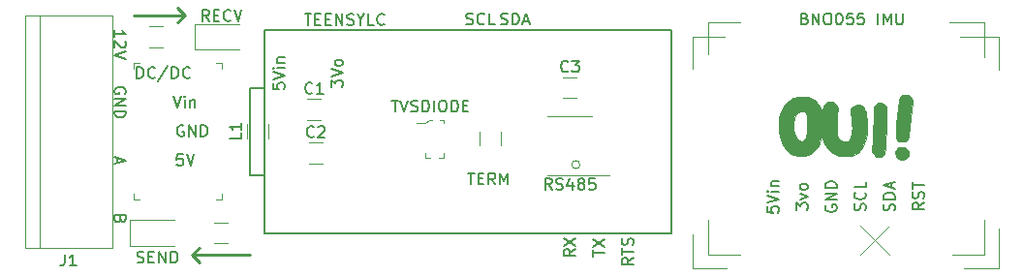
<source format=gbr>
%TF.GenerationSoftware,KiCad,Pcbnew,(5.1.6)-1*%
%TF.CreationDate,2022-04-26T10:23:00-04:00*%
%TF.ProjectId,rs485_5vreg_tray_short_v2,72733438-355f-4357-9672-65675f747261,v2*%
%TF.SameCoordinates,Original*%
%TF.FileFunction,Legend,Top*%
%TF.FilePolarity,Positive*%
%FSLAX46Y46*%
G04 Gerber Fmt 4.6, Leading zero omitted, Abs format (unit mm)*
G04 Created by KiCad (PCBNEW (5.1.6)-1) date 2022-04-26 10:23:00*
%MOMM*%
%LPD*%
G01*
G04 APERTURE LIST*
%ADD10C,0.120000*%
%ADD11C,0.254000*%
%ADD12C,0.150000*%
%ADD13C,0.010000*%
%ADD14C,0.100000*%
G04 APERTURE END LIST*
D10*
X99927210Y-115316000D02*
G75*
G03*
X99927210Y-115316000I-359210J0D01*
G01*
X127000000Y-120650000D02*
X124460000Y-123190000D01*
X124460000Y-120650000D02*
X127000000Y-123190000D01*
D11*
X64770000Y-102870000D02*
X65405000Y-102235000D01*
X64770000Y-101600000D02*
X65405000Y-102235000D01*
D10*
X65405000Y-102235000D02*
X64770000Y-101600000D01*
D11*
X60960000Y-102235000D02*
X65405000Y-102235000D01*
X66675000Y-123825000D02*
X66040000Y-123190000D01*
X66675000Y-122555000D02*
X66040000Y-123190000D01*
D10*
X66040000Y-123190000D02*
X66675000Y-122555000D01*
D11*
X71120000Y-123190000D02*
X66040000Y-123190000D01*
D12*
X78192380Y-108529285D02*
X78192380Y-107910238D01*
X78573333Y-108243571D01*
X78573333Y-108100714D01*
X78620952Y-108005476D01*
X78668571Y-107957857D01*
X78763809Y-107910238D01*
X79001904Y-107910238D01*
X79097142Y-107957857D01*
X79144761Y-108005476D01*
X79192380Y-108100714D01*
X79192380Y-108386428D01*
X79144761Y-108481666D01*
X79097142Y-108529285D01*
X78192380Y-107624523D02*
X79192380Y-107291190D01*
X78192380Y-106957857D01*
X79192380Y-106481666D02*
X79144761Y-106576904D01*
X79097142Y-106624523D01*
X79001904Y-106672142D01*
X78716190Y-106672142D01*
X78620952Y-106624523D01*
X78573333Y-106576904D01*
X78525714Y-106481666D01*
X78525714Y-106338809D01*
X78573333Y-106243571D01*
X78620952Y-106195952D01*
X78716190Y-106148333D01*
X79001904Y-106148333D01*
X79097142Y-106195952D01*
X79144761Y-106243571D01*
X79192380Y-106338809D01*
X79192380Y-106481666D01*
X73112380Y-108195952D02*
X73112380Y-108672142D01*
X73588571Y-108719761D01*
X73540952Y-108672142D01*
X73493333Y-108576904D01*
X73493333Y-108338809D01*
X73540952Y-108243571D01*
X73588571Y-108195952D01*
X73683809Y-108148333D01*
X73921904Y-108148333D01*
X74017142Y-108195952D01*
X74064761Y-108243571D01*
X74112380Y-108338809D01*
X74112380Y-108576904D01*
X74064761Y-108672142D01*
X74017142Y-108719761D01*
X73112380Y-107862619D02*
X74112380Y-107529285D01*
X73112380Y-107195952D01*
X74112380Y-106862619D02*
X73445714Y-106862619D01*
X73112380Y-106862619D02*
X73160000Y-106910238D01*
X73207619Y-106862619D01*
X73160000Y-106815000D01*
X73112380Y-106862619D01*
X73207619Y-106862619D01*
X73445714Y-106386428D02*
X74112380Y-106386428D01*
X73540952Y-106386428D02*
X73493333Y-106338809D01*
X73445714Y-106243571D01*
X73445714Y-106100714D01*
X73493333Y-106005476D01*
X73588571Y-105957857D01*
X74112380Y-105957857D01*
X89995523Y-103020761D02*
X90138380Y-103068380D01*
X90376476Y-103068380D01*
X90471714Y-103020761D01*
X90519333Y-102973142D01*
X90566952Y-102877904D01*
X90566952Y-102782666D01*
X90519333Y-102687428D01*
X90471714Y-102639809D01*
X90376476Y-102592190D01*
X90186000Y-102544571D01*
X90090761Y-102496952D01*
X90043142Y-102449333D01*
X89995523Y-102354095D01*
X89995523Y-102258857D01*
X90043142Y-102163619D01*
X90090761Y-102116000D01*
X90186000Y-102068380D01*
X90424095Y-102068380D01*
X90566952Y-102116000D01*
X91566952Y-102973142D02*
X91519333Y-103020761D01*
X91376476Y-103068380D01*
X91281238Y-103068380D01*
X91138380Y-103020761D01*
X91043142Y-102925523D01*
X90995523Y-102830285D01*
X90947904Y-102639809D01*
X90947904Y-102496952D01*
X90995523Y-102306476D01*
X91043142Y-102211238D01*
X91138380Y-102116000D01*
X91281238Y-102068380D01*
X91376476Y-102068380D01*
X91519333Y-102116000D01*
X91566952Y-102163619D01*
X92471714Y-103068380D02*
X91995523Y-103068380D01*
X91995523Y-102068380D01*
X93019714Y-103020761D02*
X93162571Y-103068380D01*
X93400666Y-103068380D01*
X93495904Y-103020761D01*
X93543523Y-102973142D01*
X93591142Y-102877904D01*
X93591142Y-102782666D01*
X93543523Y-102687428D01*
X93495904Y-102639809D01*
X93400666Y-102592190D01*
X93210190Y-102544571D01*
X93114952Y-102496952D01*
X93067333Y-102449333D01*
X93019714Y-102354095D01*
X93019714Y-102258857D01*
X93067333Y-102163619D01*
X93114952Y-102116000D01*
X93210190Y-102068380D01*
X93448285Y-102068380D01*
X93591142Y-102116000D01*
X94019714Y-103068380D02*
X94019714Y-102068380D01*
X94257809Y-102068380D01*
X94400666Y-102116000D01*
X94495904Y-102211238D01*
X94543523Y-102306476D01*
X94591142Y-102496952D01*
X94591142Y-102639809D01*
X94543523Y-102830285D01*
X94495904Y-102925523D01*
X94400666Y-103020761D01*
X94257809Y-103068380D01*
X94019714Y-103068380D01*
X94972095Y-102782666D02*
X95448285Y-102782666D01*
X94876857Y-103068380D02*
X95210190Y-102068380D01*
X95543523Y-103068380D01*
X104592380Y-123483619D02*
X104116190Y-123816952D01*
X104592380Y-124055047D02*
X103592380Y-124055047D01*
X103592380Y-123674095D01*
X103640000Y-123578857D01*
X103687619Y-123531238D01*
X103782857Y-123483619D01*
X103925714Y-123483619D01*
X104020952Y-123531238D01*
X104068571Y-123578857D01*
X104116190Y-123674095D01*
X104116190Y-124055047D01*
X103592380Y-123197904D02*
X103592380Y-122626476D01*
X104592380Y-122912190D02*
X103592380Y-122912190D01*
X104544761Y-122340761D02*
X104592380Y-122197904D01*
X104592380Y-121959809D01*
X104544761Y-121864571D01*
X104497142Y-121816952D01*
X104401904Y-121769333D01*
X104306666Y-121769333D01*
X104211428Y-121816952D01*
X104163809Y-121864571D01*
X104116190Y-121959809D01*
X104068571Y-122150285D01*
X104020952Y-122245523D01*
X103973333Y-122293142D01*
X103878095Y-122340761D01*
X103782857Y-122340761D01*
X103687619Y-122293142D01*
X103640000Y-122245523D01*
X103592380Y-122150285D01*
X103592380Y-121912190D01*
X103640000Y-121769333D01*
X101052380Y-123316904D02*
X101052380Y-122745476D01*
X102052380Y-123031190D02*
X101052380Y-123031190D01*
X101052380Y-122507380D02*
X102052380Y-121840714D01*
X101052380Y-121840714D02*
X102052380Y-122507380D01*
X99512380Y-122721666D02*
X99036190Y-123055000D01*
X99512380Y-123293095D02*
X98512380Y-123293095D01*
X98512380Y-122912142D01*
X98560000Y-122816904D01*
X98607619Y-122769285D01*
X98702857Y-122721666D01*
X98845714Y-122721666D01*
X98940952Y-122769285D01*
X98988571Y-122816904D01*
X99036190Y-122912142D01*
X99036190Y-123293095D01*
X98512380Y-122388333D02*
X99512380Y-121721666D01*
X98512380Y-121721666D02*
X99512380Y-122388333D01*
X129992380Y-118657619D02*
X129516190Y-118990952D01*
X129992380Y-119229047D02*
X128992380Y-119229047D01*
X128992380Y-118848095D01*
X129040000Y-118752857D01*
X129087619Y-118705238D01*
X129182857Y-118657619D01*
X129325714Y-118657619D01*
X129420952Y-118705238D01*
X129468571Y-118752857D01*
X129516190Y-118848095D01*
X129516190Y-119229047D01*
X129944761Y-118276666D02*
X129992380Y-118133809D01*
X129992380Y-117895714D01*
X129944761Y-117800476D01*
X129897142Y-117752857D01*
X129801904Y-117705238D01*
X129706666Y-117705238D01*
X129611428Y-117752857D01*
X129563809Y-117800476D01*
X129516190Y-117895714D01*
X129468571Y-118086190D01*
X129420952Y-118181428D01*
X129373333Y-118229047D01*
X129278095Y-118276666D01*
X129182857Y-118276666D01*
X129087619Y-118229047D01*
X129040000Y-118181428D01*
X128992380Y-118086190D01*
X128992380Y-117848095D01*
X129040000Y-117705238D01*
X128992380Y-117419523D02*
X128992380Y-116848095D01*
X129992380Y-117133809D02*
X128992380Y-117133809D01*
X124864761Y-119300476D02*
X124912380Y-119157619D01*
X124912380Y-118919523D01*
X124864761Y-118824285D01*
X124817142Y-118776666D01*
X124721904Y-118729047D01*
X124626666Y-118729047D01*
X124531428Y-118776666D01*
X124483809Y-118824285D01*
X124436190Y-118919523D01*
X124388571Y-119110000D01*
X124340952Y-119205238D01*
X124293333Y-119252857D01*
X124198095Y-119300476D01*
X124102857Y-119300476D01*
X124007619Y-119252857D01*
X123960000Y-119205238D01*
X123912380Y-119110000D01*
X123912380Y-118871904D01*
X123960000Y-118729047D01*
X124817142Y-117729047D02*
X124864761Y-117776666D01*
X124912380Y-117919523D01*
X124912380Y-118014761D01*
X124864761Y-118157619D01*
X124769523Y-118252857D01*
X124674285Y-118300476D01*
X124483809Y-118348095D01*
X124340952Y-118348095D01*
X124150476Y-118300476D01*
X124055238Y-118252857D01*
X123960000Y-118157619D01*
X123912380Y-118014761D01*
X123912380Y-117919523D01*
X123960000Y-117776666D01*
X124007619Y-117729047D01*
X124912380Y-116824285D02*
X124912380Y-117300476D01*
X123912380Y-117300476D01*
X127404761Y-119324285D02*
X127452380Y-119181428D01*
X127452380Y-118943333D01*
X127404761Y-118848095D01*
X127357142Y-118800476D01*
X127261904Y-118752857D01*
X127166666Y-118752857D01*
X127071428Y-118800476D01*
X127023809Y-118848095D01*
X126976190Y-118943333D01*
X126928571Y-119133809D01*
X126880952Y-119229047D01*
X126833333Y-119276666D01*
X126738095Y-119324285D01*
X126642857Y-119324285D01*
X126547619Y-119276666D01*
X126500000Y-119229047D01*
X126452380Y-119133809D01*
X126452380Y-118895714D01*
X126500000Y-118752857D01*
X127452380Y-118324285D02*
X126452380Y-118324285D01*
X126452380Y-118086190D01*
X126500000Y-117943333D01*
X126595238Y-117848095D01*
X126690476Y-117800476D01*
X126880952Y-117752857D01*
X127023809Y-117752857D01*
X127214285Y-117800476D01*
X127309523Y-117848095D01*
X127404761Y-117943333D01*
X127452380Y-118086190D01*
X127452380Y-118324285D01*
X127166666Y-117371904D02*
X127166666Y-116895714D01*
X127452380Y-117467142D02*
X126452380Y-117133809D01*
X127452380Y-116800476D01*
X121420000Y-118871904D02*
X121372380Y-118967142D01*
X121372380Y-119110000D01*
X121420000Y-119252857D01*
X121515238Y-119348095D01*
X121610476Y-119395714D01*
X121800952Y-119443333D01*
X121943809Y-119443333D01*
X122134285Y-119395714D01*
X122229523Y-119348095D01*
X122324761Y-119252857D01*
X122372380Y-119110000D01*
X122372380Y-119014761D01*
X122324761Y-118871904D01*
X122277142Y-118824285D01*
X121943809Y-118824285D01*
X121943809Y-119014761D01*
X122372380Y-118395714D02*
X121372380Y-118395714D01*
X122372380Y-117824285D01*
X121372380Y-117824285D01*
X122372380Y-117348095D02*
X121372380Y-117348095D01*
X121372380Y-117110000D01*
X121420000Y-116967142D01*
X121515238Y-116871904D01*
X121610476Y-116824285D01*
X121800952Y-116776666D01*
X121943809Y-116776666D01*
X122134285Y-116824285D01*
X122229523Y-116871904D01*
X122324761Y-116967142D01*
X122372380Y-117110000D01*
X122372380Y-117348095D01*
X118832380Y-119276666D02*
X118832380Y-118657619D01*
X119213333Y-118990952D01*
X119213333Y-118848095D01*
X119260952Y-118752857D01*
X119308571Y-118705238D01*
X119403809Y-118657619D01*
X119641904Y-118657619D01*
X119737142Y-118705238D01*
X119784761Y-118752857D01*
X119832380Y-118848095D01*
X119832380Y-119133809D01*
X119784761Y-119229047D01*
X119737142Y-119276666D01*
X119165714Y-118324285D02*
X119832380Y-118086190D01*
X119165714Y-117848095D01*
X119832380Y-117324285D02*
X119784761Y-117419523D01*
X119737142Y-117467142D01*
X119641904Y-117514761D01*
X119356190Y-117514761D01*
X119260952Y-117467142D01*
X119213333Y-117419523D01*
X119165714Y-117324285D01*
X119165714Y-117181428D01*
X119213333Y-117086190D01*
X119260952Y-117038571D01*
X119356190Y-116990952D01*
X119641904Y-116990952D01*
X119737142Y-117038571D01*
X119784761Y-117086190D01*
X119832380Y-117181428D01*
X119832380Y-117324285D01*
X116292380Y-118990952D02*
X116292380Y-119467142D01*
X116768571Y-119514761D01*
X116720952Y-119467142D01*
X116673333Y-119371904D01*
X116673333Y-119133809D01*
X116720952Y-119038571D01*
X116768571Y-118990952D01*
X116863809Y-118943333D01*
X117101904Y-118943333D01*
X117197142Y-118990952D01*
X117244761Y-119038571D01*
X117292380Y-119133809D01*
X117292380Y-119371904D01*
X117244761Y-119467142D01*
X117197142Y-119514761D01*
X116292380Y-118657619D02*
X117292380Y-118324285D01*
X116292380Y-117990952D01*
X117292380Y-117657619D02*
X116625714Y-117657619D01*
X116292380Y-117657619D02*
X116340000Y-117705238D01*
X116387619Y-117657619D01*
X116340000Y-117610000D01*
X116292380Y-117657619D01*
X116387619Y-117657619D01*
X116625714Y-117181428D02*
X117292380Y-117181428D01*
X116720952Y-117181428D02*
X116673333Y-117133809D01*
X116625714Y-117038571D01*
X116625714Y-116895714D01*
X116673333Y-116800476D01*
X116768571Y-116752857D01*
X117292380Y-116752857D01*
X59761428Y-120086428D02*
X59713809Y-120229285D01*
X59666190Y-120276904D01*
X59570952Y-120324523D01*
X59428095Y-120324523D01*
X59332857Y-120276904D01*
X59285238Y-120229285D01*
X59237619Y-120134047D01*
X59237619Y-119753095D01*
X60237619Y-119753095D01*
X60237619Y-120086428D01*
X60190000Y-120181666D01*
X60142380Y-120229285D01*
X60047142Y-120276904D01*
X59951904Y-120276904D01*
X59856666Y-120229285D01*
X59809047Y-120181666D01*
X59761428Y-120086428D01*
X59761428Y-119753095D01*
X59523333Y-114696904D02*
X59523333Y-115173095D01*
X59237619Y-114601666D02*
X60237619Y-114935000D01*
X59237619Y-115268333D01*
X60190000Y-109093095D02*
X60237619Y-108997857D01*
X60237619Y-108855000D01*
X60190000Y-108712142D01*
X60094761Y-108616904D01*
X59999523Y-108569285D01*
X59809047Y-108521666D01*
X59666190Y-108521666D01*
X59475714Y-108569285D01*
X59380476Y-108616904D01*
X59285238Y-108712142D01*
X59237619Y-108855000D01*
X59237619Y-108950238D01*
X59285238Y-109093095D01*
X59332857Y-109140714D01*
X59666190Y-109140714D01*
X59666190Y-108950238D01*
X59237619Y-109569285D02*
X60237619Y-109569285D01*
X59237619Y-110140714D01*
X60237619Y-110140714D01*
X59237619Y-110616904D02*
X60237619Y-110616904D01*
X60237619Y-110855000D01*
X60190000Y-110997857D01*
X60094761Y-111093095D01*
X59999523Y-111140714D01*
X59809047Y-111188333D01*
X59666190Y-111188333D01*
X59475714Y-111140714D01*
X59380476Y-111093095D01*
X59285238Y-110997857D01*
X59237619Y-110855000D01*
X59237619Y-110616904D01*
X59237619Y-104155952D02*
X59237619Y-103584523D01*
X59237619Y-103870238D02*
X60237619Y-103870238D01*
X60094761Y-103775000D01*
X59999523Y-103679761D01*
X59951904Y-103584523D01*
X60142380Y-104536904D02*
X60190000Y-104584523D01*
X60237619Y-104679761D01*
X60237619Y-104917857D01*
X60190000Y-105013095D01*
X60142380Y-105060714D01*
X60047142Y-105108333D01*
X59951904Y-105108333D01*
X59809047Y-105060714D01*
X59237619Y-104489285D01*
X59237619Y-105108333D01*
X60237619Y-105394047D02*
X59237619Y-105727380D01*
X60237619Y-106060714D01*
X65214523Y-114387380D02*
X64738333Y-114387380D01*
X64690714Y-114863571D01*
X64738333Y-114815952D01*
X64833571Y-114768333D01*
X65071666Y-114768333D01*
X65166904Y-114815952D01*
X65214523Y-114863571D01*
X65262142Y-114958809D01*
X65262142Y-115196904D01*
X65214523Y-115292142D01*
X65166904Y-115339761D01*
X65071666Y-115387380D01*
X64833571Y-115387380D01*
X64738333Y-115339761D01*
X64690714Y-115292142D01*
X65547857Y-114387380D02*
X65881190Y-115387380D01*
X66214523Y-114387380D01*
X65278095Y-111895000D02*
X65182857Y-111847380D01*
X65040000Y-111847380D01*
X64897142Y-111895000D01*
X64801904Y-111990238D01*
X64754285Y-112085476D01*
X64706666Y-112275952D01*
X64706666Y-112418809D01*
X64754285Y-112609285D01*
X64801904Y-112704523D01*
X64897142Y-112799761D01*
X65040000Y-112847380D01*
X65135238Y-112847380D01*
X65278095Y-112799761D01*
X65325714Y-112752142D01*
X65325714Y-112418809D01*
X65135238Y-112418809D01*
X65754285Y-112847380D02*
X65754285Y-111847380D01*
X66325714Y-112847380D01*
X66325714Y-111847380D01*
X66801904Y-112847380D02*
X66801904Y-111847380D01*
X67040000Y-111847380D01*
X67182857Y-111895000D01*
X67278095Y-111990238D01*
X67325714Y-112085476D01*
X67373333Y-112275952D01*
X67373333Y-112418809D01*
X67325714Y-112609285D01*
X67278095Y-112704523D01*
X67182857Y-112799761D01*
X67040000Y-112847380D01*
X66801904Y-112847380D01*
X64381190Y-109307380D02*
X64714523Y-110307380D01*
X65047857Y-109307380D01*
X65381190Y-110307380D02*
X65381190Y-109640714D01*
X65381190Y-109307380D02*
X65333571Y-109355000D01*
X65381190Y-109402619D01*
X65428809Y-109355000D01*
X65381190Y-109307380D01*
X65381190Y-109402619D01*
X65857380Y-109640714D02*
X65857380Y-110307380D01*
X65857380Y-109735952D02*
X65905000Y-109688333D01*
X66000238Y-109640714D01*
X66143095Y-109640714D01*
X66238333Y-109688333D01*
X66285952Y-109783571D01*
X66285952Y-110307380D01*
D10*
%TO.C,BNO055 IMU*%
X112555000Y-104140000D02*
X109805000Y-104140000D01*
X109805000Y-104140000D02*
X109805000Y-106915000D01*
X109805000Y-106915000D02*
X109805000Y-106865000D01*
X109780000Y-121390000D02*
X109780000Y-124390000D01*
X109780000Y-124390000D02*
X112755000Y-124390000D01*
X133480000Y-124415000D02*
X136555000Y-124415000D01*
X136555000Y-124415000D02*
X136555000Y-120915000D01*
X136505000Y-107040000D02*
X136505000Y-104115000D01*
X136505000Y-104115000D02*
X133130000Y-104115000D01*
X111125000Y-102870000D02*
X111125000Y-105664000D01*
X111125000Y-102870000D02*
X113919000Y-102870000D01*
X132207000Y-102870000D02*
X135255000Y-102870000D01*
X135255000Y-102870000D02*
X135255000Y-105918000D01*
X135255000Y-120142000D02*
X135255000Y-123190000D01*
X135255000Y-123190000D02*
X132461000Y-123190000D01*
X111125000Y-120142000D02*
X111125000Y-123190000D01*
X113919000Y-123190000D02*
X111125000Y-123190000D01*
D13*
%TO.C,G\u002A\u002A\u002A*%
G36*
X128223566Y-113787923D02*
G01*
X128417427Y-113892591D01*
X128568495Y-114048519D01*
X128642484Y-114195172D01*
X128668112Y-114391917D01*
X128620112Y-114572951D01*
X128509493Y-114724879D01*
X128347262Y-114834310D01*
X128144427Y-114887850D01*
X128070603Y-114890972D01*
X127930104Y-114873146D01*
X127805225Y-114832100D01*
X127797620Y-114828147D01*
X127648806Y-114701156D01*
X127549650Y-114516839D01*
X127508623Y-114291849D01*
X127508000Y-114259020D01*
X127515269Y-114116671D01*
X127547472Y-114018884D01*
X127620203Y-113926069D01*
X127651933Y-113893600D01*
X127754069Y-113803807D01*
X127850004Y-113761497D01*
X127981482Y-113749819D01*
X128008475Y-113749667D01*
X128223566Y-113787923D01*
G37*
X128223566Y-113787923D02*
X128417427Y-113892591D01*
X128568495Y-114048519D01*
X128642484Y-114195172D01*
X128668112Y-114391917D01*
X128620112Y-114572951D01*
X128509493Y-114724879D01*
X128347262Y-114834310D01*
X128144427Y-114887850D01*
X128070603Y-114890972D01*
X127930104Y-114873146D01*
X127805225Y-114832100D01*
X127797620Y-114828147D01*
X127648806Y-114701156D01*
X127549650Y-114516839D01*
X127508623Y-114291849D01*
X127508000Y-114259020D01*
X127515269Y-114116671D01*
X127547472Y-114018884D01*
X127620203Y-113926069D01*
X127651933Y-113893600D01*
X127754069Y-113803807D01*
X127850004Y-113761497D01*
X127981482Y-113749819D01*
X128008475Y-113749667D01*
X128223566Y-113787923D01*
G36*
X126389769Y-109948706D02*
G01*
X126548345Y-110048947D01*
X126670766Y-110212096D01*
X126700004Y-110273829D01*
X126721400Y-110336680D01*
X126735703Y-110413518D01*
X126743660Y-110517215D01*
X126746020Y-110660642D01*
X126743532Y-110856670D01*
X126736945Y-111118170D01*
X126732475Y-111273167D01*
X126712105Y-111924894D01*
X126691640Y-112494276D01*
X126670935Y-112983633D01*
X126649846Y-113395289D01*
X126628230Y-113731562D01*
X126605941Y-113994775D01*
X126582837Y-114187250D01*
X126558773Y-114311307D01*
X126541056Y-114359075D01*
X126404534Y-114527389D01*
X126233612Y-114631449D01*
X126044986Y-114665619D01*
X125855352Y-114624266D01*
X125814666Y-114604205D01*
X125676250Y-114488893D01*
X125564038Y-114323853D01*
X125461576Y-114124863D01*
X125511479Y-113101181D01*
X125527796Y-112753735D01*
X125544388Y-112377839D01*
X125560143Y-112000343D01*
X125573945Y-111648094D01*
X125584681Y-111347941D01*
X125586432Y-111294333D01*
X125596742Y-111032843D01*
X125609925Y-110789475D01*
X125624780Y-110581380D01*
X125640102Y-110425705D01*
X125653007Y-110345727D01*
X125737386Y-110153846D01*
X125869899Y-110016017D01*
X126033898Y-109934427D01*
X126212738Y-109911262D01*
X126389769Y-109948706D01*
G37*
X126389769Y-109948706D02*
X126548345Y-110048947D01*
X126670766Y-110212096D01*
X126700004Y-110273829D01*
X126721400Y-110336680D01*
X126735703Y-110413518D01*
X126743660Y-110517215D01*
X126746020Y-110660642D01*
X126743532Y-110856670D01*
X126736945Y-111118170D01*
X126732475Y-111273167D01*
X126712105Y-111924894D01*
X126691640Y-112494276D01*
X126670935Y-112983633D01*
X126649846Y-113395289D01*
X126628230Y-113731562D01*
X126605941Y-113994775D01*
X126582837Y-114187250D01*
X126558773Y-114311307D01*
X126541056Y-114359075D01*
X126404534Y-114527389D01*
X126233612Y-114631449D01*
X126044986Y-114665619D01*
X125855352Y-114624266D01*
X125814666Y-114604205D01*
X125676250Y-114488893D01*
X125564038Y-114323853D01*
X125461576Y-114124863D01*
X125511479Y-113101181D01*
X125527796Y-112753735D01*
X125544388Y-112377839D01*
X125560143Y-112000343D01*
X125573945Y-111648094D01*
X125584681Y-111347941D01*
X125586432Y-111294333D01*
X125596742Y-111032843D01*
X125609925Y-110789475D01*
X125624780Y-110581380D01*
X125640102Y-110425705D01*
X125653007Y-110345727D01*
X125737386Y-110153846D01*
X125869899Y-110016017D01*
X126033898Y-109934427D01*
X126212738Y-109911262D01*
X126389769Y-109948706D01*
G36*
X119526851Y-109355289D02*
G01*
X119899342Y-109412339D01*
X120226983Y-109540668D01*
X120507585Y-109738424D01*
X120738961Y-110003755D01*
X120918922Y-110334806D01*
X121016545Y-110616813D01*
X121092995Y-110891794D01*
X121142315Y-110544789D01*
X121202695Y-110263151D01*
X121296563Y-110055323D01*
X121429717Y-109915106D01*
X121607955Y-109836300D01*
X121826970Y-109812666D01*
X122055598Y-109850381D01*
X122243744Y-109962095D01*
X122387946Y-110145664D01*
X122399553Y-110167381D01*
X122437585Y-110248300D01*
X122459067Y-110324422D01*
X122465304Y-110417492D01*
X122457603Y-110549255D01*
X122437270Y-110741456D01*
X122435142Y-110760048D01*
X122386142Y-111266111D01*
X122360386Y-111722460D01*
X122357686Y-112122967D01*
X122377852Y-112461505D01*
X122420693Y-112731947D01*
X122486020Y-112928167D01*
X122503291Y-112960594D01*
X122616042Y-113089903D01*
X122774264Y-113190542D01*
X122956507Y-113257237D01*
X123141323Y-113284714D01*
X123307262Y-113267701D01*
X123432875Y-113200923D01*
X123442258Y-113191449D01*
X123505406Y-113100409D01*
X123576245Y-112964525D01*
X123619513Y-112863366D01*
X123672581Y-112660983D01*
X123704553Y-112394959D01*
X123715227Y-112083701D01*
X123704402Y-111745616D01*
X123671875Y-111399111D01*
X123638054Y-111172630D01*
X123595448Y-110873758D01*
X123586912Y-110641308D01*
X123615853Y-110462781D01*
X123685682Y-110325679D01*
X123799807Y-110217504D01*
X123917743Y-110147213D01*
X124138903Y-110077686D01*
X124358973Y-110088531D01*
X124564707Y-110176333D01*
X124742856Y-110337674D01*
X124764603Y-110365616D01*
X124805412Y-110450665D01*
X124852654Y-110595629D01*
X124899194Y-110776849D01*
X124924109Y-110894661D01*
X125013093Y-111492329D01*
X125042694Y-112053985D01*
X125013817Y-112574819D01*
X124927370Y-113050020D01*
X124784258Y-113474776D01*
X124585389Y-113844278D01*
X124331669Y-114153714D01*
X124305155Y-114179422D01*
X124032093Y-114386169D01*
X123722049Y-114520578D01*
X123370452Y-114584083D01*
X123020666Y-114582269D01*
X122602648Y-114513262D01*
X122221472Y-114377797D01*
X121884461Y-114181819D01*
X121598940Y-113931269D01*
X121372232Y-113632092D01*
X121211661Y-113290229D01*
X121149432Y-113063825D01*
X121118567Y-112933329D01*
X121090027Y-112844297D01*
X121073333Y-112818333D01*
X121051881Y-112856112D01*
X121022163Y-112954089D01*
X120996996Y-113061750D01*
X120881616Y-113433989D01*
X120704853Y-113765217D01*
X120475570Y-114048816D01*
X120202632Y-114278172D01*
X119894902Y-114446668D01*
X119561245Y-114547689D01*
X119210524Y-114574617D01*
X118999000Y-114553041D01*
X118616824Y-114448462D01*
X118280143Y-114273124D01*
X117989891Y-114028265D01*
X117747004Y-113715119D01*
X117552420Y-113334922D01*
X117407073Y-112888910D01*
X117311900Y-112378319D01*
X117304237Y-112315713D01*
X117280668Y-111887022D01*
X118601061Y-111887022D01*
X118621759Y-112226735D01*
X118681276Y-112566412D01*
X118722876Y-112721076D01*
X118818725Y-112953345D01*
X118942808Y-113126241D01*
X119085929Y-113234986D01*
X119238890Y-113274802D01*
X119392495Y-113240913D01*
X119527752Y-113139179D01*
X119607372Y-113041151D01*
X119668459Y-112928828D01*
X119713963Y-112788985D01*
X119746835Y-112608395D01*
X119770025Y-112373832D01*
X119786486Y-112072069D01*
X119790775Y-111960243D01*
X119797073Y-111560034D01*
X119784274Y-111238983D01*
X119751935Y-110993662D01*
X119699617Y-110820643D01*
X119631135Y-110720241D01*
X119513444Y-110664667D01*
X119352890Y-110653314D01*
X119176018Y-110681909D01*
X119009369Y-110746184D01*
X118880245Y-110841056D01*
X118758775Y-111024288D01*
X118670880Y-111270135D01*
X118617872Y-111562934D01*
X118601061Y-111887022D01*
X117280668Y-111887022D01*
X117277689Y-111832847D01*
X117309656Y-111368427D01*
X117397209Y-110933430D01*
X117537417Y-110538829D01*
X117727348Y-110195601D01*
X117938795Y-109939277D01*
X118250175Y-109688289D01*
X118607237Y-109503946D01*
X118998434Y-109390492D01*
X119412219Y-109352174D01*
X119526851Y-109355289D01*
G37*
X119526851Y-109355289D02*
X119899342Y-109412339D01*
X120226983Y-109540668D01*
X120507585Y-109738424D01*
X120738961Y-110003755D01*
X120918922Y-110334806D01*
X121016545Y-110616813D01*
X121092995Y-110891794D01*
X121142315Y-110544789D01*
X121202695Y-110263151D01*
X121296563Y-110055323D01*
X121429717Y-109915106D01*
X121607955Y-109836300D01*
X121826970Y-109812666D01*
X122055598Y-109850381D01*
X122243744Y-109962095D01*
X122387946Y-110145664D01*
X122399553Y-110167381D01*
X122437585Y-110248300D01*
X122459067Y-110324422D01*
X122465304Y-110417492D01*
X122457603Y-110549255D01*
X122437270Y-110741456D01*
X122435142Y-110760048D01*
X122386142Y-111266111D01*
X122360386Y-111722460D01*
X122357686Y-112122967D01*
X122377852Y-112461505D01*
X122420693Y-112731947D01*
X122486020Y-112928167D01*
X122503291Y-112960594D01*
X122616042Y-113089903D01*
X122774264Y-113190542D01*
X122956507Y-113257237D01*
X123141323Y-113284714D01*
X123307262Y-113267701D01*
X123432875Y-113200923D01*
X123442258Y-113191449D01*
X123505406Y-113100409D01*
X123576245Y-112964525D01*
X123619513Y-112863366D01*
X123672581Y-112660983D01*
X123704553Y-112394959D01*
X123715227Y-112083701D01*
X123704402Y-111745616D01*
X123671875Y-111399111D01*
X123638054Y-111172630D01*
X123595448Y-110873758D01*
X123586912Y-110641308D01*
X123615853Y-110462781D01*
X123685682Y-110325679D01*
X123799807Y-110217504D01*
X123917743Y-110147213D01*
X124138903Y-110077686D01*
X124358973Y-110088531D01*
X124564707Y-110176333D01*
X124742856Y-110337674D01*
X124764603Y-110365616D01*
X124805412Y-110450665D01*
X124852654Y-110595629D01*
X124899194Y-110776849D01*
X124924109Y-110894661D01*
X125013093Y-111492329D01*
X125042694Y-112053985D01*
X125013817Y-112574819D01*
X124927370Y-113050020D01*
X124784258Y-113474776D01*
X124585389Y-113844278D01*
X124331669Y-114153714D01*
X124305155Y-114179422D01*
X124032093Y-114386169D01*
X123722049Y-114520578D01*
X123370452Y-114584083D01*
X123020666Y-114582269D01*
X122602648Y-114513262D01*
X122221472Y-114377797D01*
X121884461Y-114181819D01*
X121598940Y-113931269D01*
X121372232Y-113632092D01*
X121211661Y-113290229D01*
X121149432Y-113063825D01*
X121118567Y-112933329D01*
X121090027Y-112844297D01*
X121073333Y-112818333D01*
X121051881Y-112856112D01*
X121022163Y-112954089D01*
X120996996Y-113061750D01*
X120881616Y-113433989D01*
X120704853Y-113765217D01*
X120475570Y-114048816D01*
X120202632Y-114278172D01*
X119894902Y-114446668D01*
X119561245Y-114547689D01*
X119210524Y-114574617D01*
X118999000Y-114553041D01*
X118616824Y-114448462D01*
X118280143Y-114273124D01*
X117989891Y-114028265D01*
X117747004Y-113715119D01*
X117552420Y-113334922D01*
X117407073Y-112888910D01*
X117311900Y-112378319D01*
X117304237Y-112315713D01*
X117280668Y-111887022D01*
X118601061Y-111887022D01*
X118621759Y-112226735D01*
X118681276Y-112566412D01*
X118722876Y-112721076D01*
X118818725Y-112953345D01*
X118942808Y-113126241D01*
X119085929Y-113234986D01*
X119238890Y-113274802D01*
X119392495Y-113240913D01*
X119527752Y-113139179D01*
X119607372Y-113041151D01*
X119668459Y-112928828D01*
X119713963Y-112788985D01*
X119746835Y-112608395D01*
X119770025Y-112373832D01*
X119786486Y-112072069D01*
X119790775Y-111960243D01*
X119797073Y-111560034D01*
X119784274Y-111238983D01*
X119751935Y-110993662D01*
X119699617Y-110820643D01*
X119631135Y-110720241D01*
X119513444Y-110664667D01*
X119352890Y-110653314D01*
X119176018Y-110681909D01*
X119009369Y-110746184D01*
X118880245Y-110841056D01*
X118758775Y-111024288D01*
X118670880Y-111270135D01*
X118617872Y-111562934D01*
X118601061Y-111887022D01*
X117280668Y-111887022D01*
X117277689Y-111832847D01*
X117309656Y-111368427D01*
X117397209Y-110933430D01*
X117537417Y-110538829D01*
X117727348Y-110195601D01*
X117938795Y-109939277D01*
X118250175Y-109688289D01*
X118607237Y-109503946D01*
X118998434Y-109390492D01*
X119412219Y-109352174D01*
X119526851Y-109355289D01*
G36*
X128539728Y-109187708D02*
G01*
X128648890Y-109228125D01*
X128752775Y-109306783D01*
X128827031Y-109375589D01*
X128885756Y-109443864D01*
X128929382Y-109520823D01*
X128958345Y-109615681D01*
X128973077Y-109737653D01*
X128974013Y-109895955D01*
X128961587Y-110099800D01*
X128936232Y-110358405D01*
X128898383Y-110680984D01*
X128848473Y-111076752D01*
X128839425Y-111147259D01*
X128803077Y-111440086D01*
X128767743Y-111742533D01*
X128736186Y-112029670D01*
X128711169Y-112276566D01*
X128698342Y-112420531D01*
X128669286Y-112695435D01*
X128628988Y-112900503D01*
X128571859Y-113050381D01*
X128492312Y-113159711D01*
X128384760Y-113243137D01*
X128384361Y-113243380D01*
X128215979Y-113307392D01*
X128027008Y-113321063D01*
X127854425Y-113283475D01*
X127804333Y-113257788D01*
X127685921Y-113170980D01*
X127606391Y-113073858D01*
X127558610Y-112947864D01*
X127535448Y-112774439D01*
X127529758Y-112543167D01*
X127535055Y-112403804D01*
X127549698Y-112194382D01*
X127572235Y-111928815D01*
X127601214Y-111621020D01*
X127635182Y-111284913D01*
X127672688Y-110934408D01*
X127712280Y-110583421D01*
X127752504Y-110245868D01*
X127791909Y-109935664D01*
X127829043Y-109666725D01*
X127832164Y-109645425D01*
X127892461Y-109490934D01*
X128014530Y-109338508D01*
X128120529Y-109241983D01*
X128211518Y-109194221D01*
X128326304Y-109178621D01*
X128390546Y-109177667D01*
X128539728Y-109187708D01*
G37*
X128539728Y-109187708D02*
X128648890Y-109228125D01*
X128752775Y-109306783D01*
X128827031Y-109375589D01*
X128885756Y-109443864D01*
X128929382Y-109520823D01*
X128958345Y-109615681D01*
X128973077Y-109737653D01*
X128974013Y-109895955D01*
X128961587Y-110099800D01*
X128936232Y-110358405D01*
X128898383Y-110680984D01*
X128848473Y-111076752D01*
X128839425Y-111147259D01*
X128803077Y-111440086D01*
X128767743Y-111742533D01*
X128736186Y-112029670D01*
X128711169Y-112276566D01*
X128698342Y-112420531D01*
X128669286Y-112695435D01*
X128628988Y-112900503D01*
X128571859Y-113050381D01*
X128492312Y-113159711D01*
X128384760Y-113243137D01*
X128384361Y-113243380D01*
X128215979Y-113307392D01*
X128027008Y-113321063D01*
X127854425Y-113283475D01*
X127804333Y-113257788D01*
X127685921Y-113170980D01*
X127606391Y-113073858D01*
X127558610Y-112947864D01*
X127535448Y-112774439D01*
X127529758Y-112543167D01*
X127535055Y-112403804D01*
X127549698Y-112194382D01*
X127572235Y-111928815D01*
X127601214Y-111621020D01*
X127635182Y-111284913D01*
X127672688Y-110934408D01*
X127712280Y-110583421D01*
X127752504Y-110245868D01*
X127791909Y-109935664D01*
X127829043Y-109666725D01*
X127832164Y-109645425D01*
X127892461Y-109490934D01*
X128014530Y-109338508D01*
X128120529Y-109241983D01*
X128211518Y-109194221D01*
X128326304Y-109178621D01*
X128390546Y-109177667D01*
X128539728Y-109187708D01*
D10*
%TO.C,C1*%
X76102936Y-109580000D02*
X77307064Y-109580000D01*
X76102936Y-111400000D02*
X77307064Y-111400000D01*
%TO.C,C2*%
X76232936Y-115210000D02*
X77437064Y-115210000D01*
X76232936Y-113390000D02*
X77437064Y-113390000D01*
%TO.C,C3*%
X98457936Y-107675000D02*
X99662064Y-107675000D01*
X98457936Y-109495000D02*
X99662064Y-109495000D01*
D14*
%TO.C,TVSDIODE*%
X87040000Y-111380000D02*
X86765000Y-111380000D01*
X86765000Y-111380000D02*
X86390000Y-111655000D01*
X86390000Y-111655000D02*
X86390000Y-111705000D01*
X86390000Y-111705000D02*
X85615000Y-111705000D01*
X86865000Y-114680000D02*
X86390000Y-114680000D01*
X86390000Y-114680000D02*
X86390000Y-114330000D01*
X88040000Y-114455000D02*
X88040000Y-114330000D01*
X88040000Y-114380000D02*
X88040000Y-114680000D01*
X88040000Y-114680000D02*
X87590000Y-114680000D01*
X87665000Y-111380000D02*
X88040000Y-111380000D01*
X88040000Y-111380000D02*
X88040000Y-111680000D01*
D10*
%TO.C,J1*%
X51435000Y-102235000D02*
X51435000Y-122555000D01*
X59055000Y-102235000D02*
X59055000Y-122555000D01*
X52705000Y-122555000D02*
X52705000Y-102235000D01*
X51435000Y-122555000D02*
X59055000Y-122555000D01*
X59055000Y-102235000D02*
X51435000Y-102235000D01*
%TO.C,L1*%
X70845000Y-112997064D02*
X70845000Y-111792936D01*
X72665000Y-112997064D02*
X72665000Y-111792936D01*
%TO.C,R1*%
X63467064Y-105050000D02*
X62262936Y-105050000D01*
X63467064Y-103230000D02*
X62262936Y-103230000D01*
%TO.C,R2*%
X67977936Y-122195000D02*
X69182064Y-122195000D01*
X67977936Y-120375000D02*
X69182064Y-120375000D01*
%TO.C,TERM*%
X92985000Y-112427936D02*
X92985000Y-113632064D01*
X91165000Y-112427936D02*
X91165000Y-113632064D01*
D14*
%TO.C,DC/DC*%
X60965000Y-118355000D02*
X61465000Y-118355000D01*
X60965000Y-118355000D02*
X60965000Y-117855000D01*
X60965000Y-106455000D02*
X60965000Y-106955000D01*
X60965000Y-106455000D02*
X61465000Y-106455000D01*
X68665000Y-106455000D02*
X68165000Y-106455000D01*
X68665000Y-106455000D02*
X68665000Y-106955000D01*
X68665000Y-118355000D02*
X68165000Y-118355000D01*
X68665000Y-118355000D02*
X68665000Y-117855000D01*
D10*
%TO.C,RECV*%
X66295000Y-105275000D02*
X70180000Y-105275000D01*
X66295000Y-103005000D02*
X66295000Y-105275000D01*
X70180000Y-103005000D02*
X66295000Y-103005000D01*
%TO.C,SEND*%
X64465000Y-120150000D02*
X60580000Y-120150000D01*
X60580000Y-120150000D02*
X60580000Y-122420000D01*
X60580000Y-122420000D02*
X64465000Y-122420000D01*
D12*
%TO.C,TEENSYLC*%
X72390000Y-116205000D02*
X71120000Y-116205000D01*
X71120000Y-116205000D02*
X71120000Y-108585000D01*
X71120000Y-108585000D02*
X72390000Y-108585000D01*
X72390000Y-103505000D02*
X107950000Y-103505000D01*
X107950000Y-103505000D02*
X107950000Y-121285000D01*
X107950000Y-121285000D02*
X72390000Y-121285000D01*
X72390000Y-121285000D02*
X72390000Y-103505000D01*
D10*
%TO.C,RS485*%
X99060000Y-116225000D02*
X102510000Y-116225000D01*
X99060000Y-116225000D02*
X97110000Y-116225000D01*
X99060000Y-111105000D02*
X101010000Y-111105000D01*
X99060000Y-111105000D02*
X97110000Y-111105000D01*
%TO.C,BNO055 IMU*%
D12*
X119578952Y-102544571D02*
X119721809Y-102592190D01*
X119769428Y-102639809D01*
X119817047Y-102735047D01*
X119817047Y-102877904D01*
X119769428Y-102973142D01*
X119721809Y-103020761D01*
X119626571Y-103068380D01*
X119245619Y-103068380D01*
X119245619Y-102068380D01*
X119578952Y-102068380D01*
X119674190Y-102116000D01*
X119721809Y-102163619D01*
X119769428Y-102258857D01*
X119769428Y-102354095D01*
X119721809Y-102449333D01*
X119674190Y-102496952D01*
X119578952Y-102544571D01*
X119245619Y-102544571D01*
X120245619Y-103068380D02*
X120245619Y-102068380D01*
X120817047Y-103068380D01*
X120817047Y-102068380D01*
X121483714Y-102068380D02*
X121674190Y-102068380D01*
X121769428Y-102116000D01*
X121864666Y-102211238D01*
X121912285Y-102401714D01*
X121912285Y-102735047D01*
X121864666Y-102925523D01*
X121769428Y-103020761D01*
X121674190Y-103068380D01*
X121483714Y-103068380D01*
X121388476Y-103020761D01*
X121293238Y-102925523D01*
X121245619Y-102735047D01*
X121245619Y-102401714D01*
X121293238Y-102211238D01*
X121388476Y-102116000D01*
X121483714Y-102068380D01*
X122531333Y-102068380D02*
X122626571Y-102068380D01*
X122721809Y-102116000D01*
X122769428Y-102163619D01*
X122817047Y-102258857D01*
X122864666Y-102449333D01*
X122864666Y-102687428D01*
X122817047Y-102877904D01*
X122769428Y-102973142D01*
X122721809Y-103020761D01*
X122626571Y-103068380D01*
X122531333Y-103068380D01*
X122436095Y-103020761D01*
X122388476Y-102973142D01*
X122340857Y-102877904D01*
X122293238Y-102687428D01*
X122293238Y-102449333D01*
X122340857Y-102258857D01*
X122388476Y-102163619D01*
X122436095Y-102116000D01*
X122531333Y-102068380D01*
X123769428Y-102068380D02*
X123293238Y-102068380D01*
X123245619Y-102544571D01*
X123293238Y-102496952D01*
X123388476Y-102449333D01*
X123626571Y-102449333D01*
X123721809Y-102496952D01*
X123769428Y-102544571D01*
X123817047Y-102639809D01*
X123817047Y-102877904D01*
X123769428Y-102973142D01*
X123721809Y-103020761D01*
X123626571Y-103068380D01*
X123388476Y-103068380D01*
X123293238Y-103020761D01*
X123245619Y-102973142D01*
X124721809Y-102068380D02*
X124245619Y-102068380D01*
X124198000Y-102544571D01*
X124245619Y-102496952D01*
X124340857Y-102449333D01*
X124578952Y-102449333D01*
X124674190Y-102496952D01*
X124721809Y-102544571D01*
X124769428Y-102639809D01*
X124769428Y-102877904D01*
X124721809Y-102973142D01*
X124674190Y-103020761D01*
X124578952Y-103068380D01*
X124340857Y-103068380D01*
X124245619Y-103020761D01*
X124198000Y-102973142D01*
X125959904Y-103068380D02*
X125959904Y-102068380D01*
X126436095Y-103068380D02*
X126436095Y-102068380D01*
X126769428Y-102782666D01*
X127102761Y-102068380D01*
X127102761Y-103068380D01*
X127578952Y-102068380D02*
X127578952Y-102877904D01*
X127626571Y-102973142D01*
X127674190Y-103020761D01*
X127769428Y-103068380D01*
X127959904Y-103068380D01*
X128055142Y-103020761D01*
X128102761Y-102973142D01*
X128150380Y-102877904D01*
X128150380Y-102068380D01*
%TO.C,C1*%
X76538333Y-109027142D02*
X76490714Y-109074761D01*
X76347857Y-109122380D01*
X76252619Y-109122380D01*
X76109761Y-109074761D01*
X76014523Y-108979523D01*
X75966904Y-108884285D01*
X75919285Y-108693809D01*
X75919285Y-108550952D01*
X75966904Y-108360476D01*
X76014523Y-108265238D01*
X76109761Y-108170000D01*
X76252619Y-108122380D01*
X76347857Y-108122380D01*
X76490714Y-108170000D01*
X76538333Y-108217619D01*
X77490714Y-109122380D02*
X76919285Y-109122380D01*
X77205000Y-109122380D02*
X77205000Y-108122380D01*
X77109761Y-108265238D01*
X77014523Y-108360476D01*
X76919285Y-108408095D01*
%TO.C,C2*%
X76668333Y-112837142D02*
X76620714Y-112884761D01*
X76477857Y-112932380D01*
X76382619Y-112932380D01*
X76239761Y-112884761D01*
X76144523Y-112789523D01*
X76096904Y-112694285D01*
X76049285Y-112503809D01*
X76049285Y-112360952D01*
X76096904Y-112170476D01*
X76144523Y-112075238D01*
X76239761Y-111980000D01*
X76382619Y-111932380D01*
X76477857Y-111932380D01*
X76620714Y-111980000D01*
X76668333Y-112027619D01*
X77049285Y-112027619D02*
X77096904Y-111980000D01*
X77192142Y-111932380D01*
X77430238Y-111932380D01*
X77525476Y-111980000D01*
X77573095Y-112027619D01*
X77620714Y-112122857D01*
X77620714Y-112218095D01*
X77573095Y-112360952D01*
X77001666Y-112932380D01*
X77620714Y-112932380D01*
%TO.C,C3*%
X98893333Y-107122142D02*
X98845714Y-107169761D01*
X98702857Y-107217380D01*
X98607619Y-107217380D01*
X98464761Y-107169761D01*
X98369523Y-107074523D01*
X98321904Y-106979285D01*
X98274285Y-106788809D01*
X98274285Y-106645952D01*
X98321904Y-106455476D01*
X98369523Y-106360238D01*
X98464761Y-106265000D01*
X98607619Y-106217380D01*
X98702857Y-106217380D01*
X98845714Y-106265000D01*
X98893333Y-106312619D01*
X99226666Y-106217380D02*
X99845714Y-106217380D01*
X99512380Y-106598333D01*
X99655238Y-106598333D01*
X99750476Y-106645952D01*
X99798095Y-106693571D01*
X99845714Y-106788809D01*
X99845714Y-107026904D01*
X99798095Y-107122142D01*
X99750476Y-107169761D01*
X99655238Y-107217380D01*
X99369523Y-107217380D01*
X99274285Y-107169761D01*
X99226666Y-107122142D01*
%TO.C,TVSDIODE*%
X83463238Y-109688380D02*
X84034666Y-109688380D01*
X83748952Y-110688380D02*
X83748952Y-109688380D01*
X84225142Y-109688380D02*
X84558476Y-110688380D01*
X84891809Y-109688380D01*
X85177523Y-110640761D02*
X85320380Y-110688380D01*
X85558476Y-110688380D01*
X85653714Y-110640761D01*
X85701333Y-110593142D01*
X85748952Y-110497904D01*
X85748952Y-110402666D01*
X85701333Y-110307428D01*
X85653714Y-110259809D01*
X85558476Y-110212190D01*
X85368000Y-110164571D01*
X85272761Y-110116952D01*
X85225142Y-110069333D01*
X85177523Y-109974095D01*
X85177523Y-109878857D01*
X85225142Y-109783619D01*
X85272761Y-109736000D01*
X85368000Y-109688380D01*
X85606095Y-109688380D01*
X85748952Y-109736000D01*
X86177523Y-110688380D02*
X86177523Y-109688380D01*
X86415619Y-109688380D01*
X86558476Y-109736000D01*
X86653714Y-109831238D01*
X86701333Y-109926476D01*
X86748952Y-110116952D01*
X86748952Y-110259809D01*
X86701333Y-110450285D01*
X86653714Y-110545523D01*
X86558476Y-110640761D01*
X86415619Y-110688380D01*
X86177523Y-110688380D01*
X87177523Y-110688380D02*
X87177523Y-109688380D01*
X87844190Y-109688380D02*
X88034666Y-109688380D01*
X88129904Y-109736000D01*
X88225142Y-109831238D01*
X88272761Y-110021714D01*
X88272761Y-110355047D01*
X88225142Y-110545523D01*
X88129904Y-110640761D01*
X88034666Y-110688380D01*
X87844190Y-110688380D01*
X87748952Y-110640761D01*
X87653714Y-110545523D01*
X87606095Y-110355047D01*
X87606095Y-110021714D01*
X87653714Y-109831238D01*
X87748952Y-109736000D01*
X87844190Y-109688380D01*
X88701333Y-110688380D02*
X88701333Y-109688380D01*
X88939428Y-109688380D01*
X89082285Y-109736000D01*
X89177523Y-109831238D01*
X89225142Y-109926476D01*
X89272761Y-110116952D01*
X89272761Y-110259809D01*
X89225142Y-110450285D01*
X89177523Y-110545523D01*
X89082285Y-110640761D01*
X88939428Y-110688380D01*
X88701333Y-110688380D01*
X89701333Y-110164571D02*
X90034666Y-110164571D01*
X90177523Y-110688380D02*
X89701333Y-110688380D01*
X89701333Y-109688380D01*
X90177523Y-109688380D01*
%TO.C,J1*%
X54911666Y-123150380D02*
X54911666Y-123864666D01*
X54864047Y-124007523D01*
X54768809Y-124102761D01*
X54625952Y-124150380D01*
X54530714Y-124150380D01*
X55911666Y-124150380D02*
X55340238Y-124150380D01*
X55625952Y-124150380D02*
X55625952Y-123150380D01*
X55530714Y-123293238D01*
X55435476Y-123388476D01*
X55340238Y-123436095D01*
%TO.C,L1*%
X70302380Y-112561666D02*
X70302380Y-113037857D01*
X69302380Y-113037857D01*
X70302380Y-111704523D02*
X70302380Y-112275952D01*
X70302380Y-111990238D02*
X69302380Y-111990238D01*
X69445238Y-112085476D01*
X69540476Y-112180714D01*
X69588095Y-112275952D01*
%TO.C,TERM*%
X90138476Y-116038380D02*
X90709904Y-116038380D01*
X90424190Y-117038380D02*
X90424190Y-116038380D01*
X91043238Y-116514571D02*
X91376571Y-116514571D01*
X91519428Y-117038380D02*
X91043238Y-117038380D01*
X91043238Y-116038380D01*
X91519428Y-116038380D01*
X92519428Y-117038380D02*
X92186095Y-116562190D01*
X91948000Y-117038380D02*
X91948000Y-116038380D01*
X92328952Y-116038380D01*
X92424190Y-116086000D01*
X92471809Y-116133619D01*
X92519428Y-116228857D01*
X92519428Y-116371714D01*
X92471809Y-116466952D01*
X92424190Y-116514571D01*
X92328952Y-116562190D01*
X91948000Y-116562190D01*
X92948000Y-117038380D02*
X92948000Y-116038380D01*
X93281333Y-116752666D01*
X93614666Y-116038380D01*
X93614666Y-117038380D01*
%TO.C,DC/DC*%
X61214285Y-107767380D02*
X61214285Y-106767380D01*
X61452380Y-106767380D01*
X61595238Y-106815000D01*
X61690476Y-106910238D01*
X61738095Y-107005476D01*
X61785714Y-107195952D01*
X61785714Y-107338809D01*
X61738095Y-107529285D01*
X61690476Y-107624523D01*
X61595238Y-107719761D01*
X61452380Y-107767380D01*
X61214285Y-107767380D01*
X62785714Y-107672142D02*
X62738095Y-107719761D01*
X62595238Y-107767380D01*
X62500000Y-107767380D01*
X62357142Y-107719761D01*
X62261904Y-107624523D01*
X62214285Y-107529285D01*
X62166666Y-107338809D01*
X62166666Y-107195952D01*
X62214285Y-107005476D01*
X62261904Y-106910238D01*
X62357142Y-106815000D01*
X62500000Y-106767380D01*
X62595238Y-106767380D01*
X62738095Y-106815000D01*
X62785714Y-106862619D01*
X63928571Y-106719761D02*
X63071428Y-108005476D01*
X64261904Y-107767380D02*
X64261904Y-106767380D01*
X64500000Y-106767380D01*
X64642857Y-106815000D01*
X64738095Y-106910238D01*
X64785714Y-107005476D01*
X64833333Y-107195952D01*
X64833333Y-107338809D01*
X64785714Y-107529285D01*
X64738095Y-107624523D01*
X64642857Y-107719761D01*
X64500000Y-107767380D01*
X64261904Y-107767380D01*
X65833333Y-107672142D02*
X65785714Y-107719761D01*
X65642857Y-107767380D01*
X65547619Y-107767380D01*
X65404761Y-107719761D01*
X65309523Y-107624523D01*
X65261904Y-107529285D01*
X65214285Y-107338809D01*
X65214285Y-107195952D01*
X65261904Y-107005476D01*
X65309523Y-106910238D01*
X65404761Y-106815000D01*
X65547619Y-106767380D01*
X65642857Y-106767380D01*
X65785714Y-106815000D01*
X65833333Y-106862619D01*
%TO.C,RECV*%
X67508571Y-102772380D02*
X67175238Y-102296190D01*
X66937142Y-102772380D02*
X66937142Y-101772380D01*
X67318095Y-101772380D01*
X67413333Y-101820000D01*
X67460952Y-101867619D01*
X67508571Y-101962857D01*
X67508571Y-102105714D01*
X67460952Y-102200952D01*
X67413333Y-102248571D01*
X67318095Y-102296190D01*
X66937142Y-102296190D01*
X67937142Y-102248571D02*
X68270476Y-102248571D01*
X68413333Y-102772380D02*
X67937142Y-102772380D01*
X67937142Y-101772380D01*
X68413333Y-101772380D01*
X69413333Y-102677142D02*
X69365714Y-102724761D01*
X69222857Y-102772380D01*
X69127619Y-102772380D01*
X68984761Y-102724761D01*
X68889523Y-102629523D01*
X68841904Y-102534285D01*
X68794285Y-102343809D01*
X68794285Y-102200952D01*
X68841904Y-102010476D01*
X68889523Y-101915238D01*
X68984761Y-101820000D01*
X69127619Y-101772380D01*
X69222857Y-101772380D01*
X69365714Y-101820000D01*
X69413333Y-101867619D01*
X69699047Y-101772380D02*
X70032380Y-102772380D01*
X70365714Y-101772380D01*
%TO.C,SEND*%
X61230095Y-123848761D02*
X61372952Y-123896380D01*
X61611047Y-123896380D01*
X61706285Y-123848761D01*
X61753904Y-123801142D01*
X61801523Y-123705904D01*
X61801523Y-123610666D01*
X61753904Y-123515428D01*
X61706285Y-123467809D01*
X61611047Y-123420190D01*
X61420571Y-123372571D01*
X61325333Y-123324952D01*
X61277714Y-123277333D01*
X61230095Y-123182095D01*
X61230095Y-123086857D01*
X61277714Y-122991619D01*
X61325333Y-122944000D01*
X61420571Y-122896380D01*
X61658666Y-122896380D01*
X61801523Y-122944000D01*
X62230095Y-123372571D02*
X62563428Y-123372571D01*
X62706285Y-123896380D02*
X62230095Y-123896380D01*
X62230095Y-122896380D01*
X62706285Y-122896380D01*
X63134857Y-123896380D02*
X63134857Y-122896380D01*
X63706285Y-123896380D01*
X63706285Y-122896380D01*
X64182476Y-123896380D02*
X64182476Y-122896380D01*
X64420571Y-122896380D01*
X64563428Y-122944000D01*
X64658666Y-123039238D01*
X64706285Y-123134476D01*
X64753904Y-123324952D01*
X64753904Y-123467809D01*
X64706285Y-123658285D01*
X64658666Y-123753523D01*
X64563428Y-123848761D01*
X64420571Y-123896380D01*
X64182476Y-123896380D01*
%TO.C,TEENSYLC*%
X75876590Y-102119180D02*
X76448019Y-102119180D01*
X76162304Y-103119180D02*
X76162304Y-102119180D01*
X76781352Y-102595371D02*
X77114685Y-102595371D01*
X77257542Y-103119180D02*
X76781352Y-103119180D01*
X76781352Y-102119180D01*
X77257542Y-102119180D01*
X77686114Y-102595371D02*
X78019447Y-102595371D01*
X78162304Y-103119180D02*
X77686114Y-103119180D01*
X77686114Y-102119180D01*
X78162304Y-102119180D01*
X78590876Y-103119180D02*
X78590876Y-102119180D01*
X79162304Y-103119180D01*
X79162304Y-102119180D01*
X79590876Y-103071561D02*
X79733733Y-103119180D01*
X79971828Y-103119180D01*
X80067066Y-103071561D01*
X80114685Y-103023942D01*
X80162304Y-102928704D01*
X80162304Y-102833466D01*
X80114685Y-102738228D01*
X80067066Y-102690609D01*
X79971828Y-102642990D01*
X79781352Y-102595371D01*
X79686114Y-102547752D01*
X79638495Y-102500133D01*
X79590876Y-102404895D01*
X79590876Y-102309657D01*
X79638495Y-102214419D01*
X79686114Y-102166800D01*
X79781352Y-102119180D01*
X80019447Y-102119180D01*
X80162304Y-102166800D01*
X80781352Y-102642990D02*
X80781352Y-103119180D01*
X80448019Y-102119180D02*
X80781352Y-102642990D01*
X81114685Y-102119180D01*
X81924209Y-103119180D02*
X81448019Y-103119180D01*
X81448019Y-102119180D01*
X82828971Y-103023942D02*
X82781352Y-103071561D01*
X82638495Y-103119180D01*
X82543257Y-103119180D01*
X82400400Y-103071561D01*
X82305161Y-102976323D01*
X82257542Y-102881085D01*
X82209923Y-102690609D01*
X82209923Y-102547752D01*
X82257542Y-102357276D01*
X82305161Y-102262038D01*
X82400400Y-102166800D01*
X82543257Y-102119180D01*
X82638495Y-102119180D01*
X82781352Y-102166800D01*
X82828971Y-102214419D01*
%TO.C,RS485*%
X97464761Y-117517380D02*
X97131428Y-117041190D01*
X96893333Y-117517380D02*
X96893333Y-116517380D01*
X97274285Y-116517380D01*
X97369523Y-116565000D01*
X97417142Y-116612619D01*
X97464761Y-116707857D01*
X97464761Y-116850714D01*
X97417142Y-116945952D01*
X97369523Y-116993571D01*
X97274285Y-117041190D01*
X96893333Y-117041190D01*
X97845714Y-117469761D02*
X97988571Y-117517380D01*
X98226666Y-117517380D01*
X98321904Y-117469761D01*
X98369523Y-117422142D01*
X98417142Y-117326904D01*
X98417142Y-117231666D01*
X98369523Y-117136428D01*
X98321904Y-117088809D01*
X98226666Y-117041190D01*
X98036190Y-116993571D01*
X97940952Y-116945952D01*
X97893333Y-116898333D01*
X97845714Y-116803095D01*
X97845714Y-116707857D01*
X97893333Y-116612619D01*
X97940952Y-116565000D01*
X98036190Y-116517380D01*
X98274285Y-116517380D01*
X98417142Y-116565000D01*
X99274285Y-116850714D02*
X99274285Y-117517380D01*
X99036190Y-116469761D02*
X98798095Y-117184047D01*
X99417142Y-117184047D01*
X99940952Y-116945952D02*
X99845714Y-116898333D01*
X99798095Y-116850714D01*
X99750476Y-116755476D01*
X99750476Y-116707857D01*
X99798095Y-116612619D01*
X99845714Y-116565000D01*
X99940952Y-116517380D01*
X100131428Y-116517380D01*
X100226666Y-116565000D01*
X100274285Y-116612619D01*
X100321904Y-116707857D01*
X100321904Y-116755476D01*
X100274285Y-116850714D01*
X100226666Y-116898333D01*
X100131428Y-116945952D01*
X99940952Y-116945952D01*
X99845714Y-116993571D01*
X99798095Y-117041190D01*
X99750476Y-117136428D01*
X99750476Y-117326904D01*
X99798095Y-117422142D01*
X99845714Y-117469761D01*
X99940952Y-117517380D01*
X100131428Y-117517380D01*
X100226666Y-117469761D01*
X100274285Y-117422142D01*
X100321904Y-117326904D01*
X100321904Y-117136428D01*
X100274285Y-117041190D01*
X100226666Y-116993571D01*
X100131428Y-116945952D01*
X101226666Y-116517380D02*
X100750476Y-116517380D01*
X100702857Y-116993571D01*
X100750476Y-116945952D01*
X100845714Y-116898333D01*
X101083809Y-116898333D01*
X101179047Y-116945952D01*
X101226666Y-116993571D01*
X101274285Y-117088809D01*
X101274285Y-117326904D01*
X101226666Y-117422142D01*
X101179047Y-117469761D01*
X101083809Y-117517380D01*
X100845714Y-117517380D01*
X100750476Y-117469761D01*
X100702857Y-117422142D01*
%TD*%
M02*

</source>
